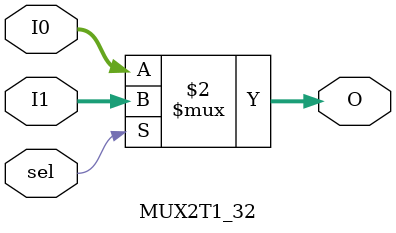
<source format=v>
module MUX2T1_32(
    input [31:0] I0,
    input [31:0] I1,
    input sel,
    output reg [31:0] O
    );
    
    always @ (*) begin
      O = sel ? I1 : I0;
    end

endmodule
</source>
